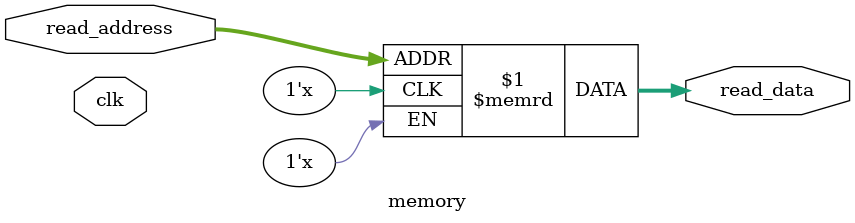
<source format=sv>

module memory #(
    parameter INIT_FILE = ""
) (
    input logic clk,
    input logic [6:0] read_address,
    output logic [8:0] read_data
);
  logic [8:0] sample_memory[128];

  initial begin
    if (INIT_FILE != "") begin
      $readmemh(INIT_FILE, sample_memory);
    end
  end

  assign read_data = sample_memory[read_address];

endmodule

</source>
